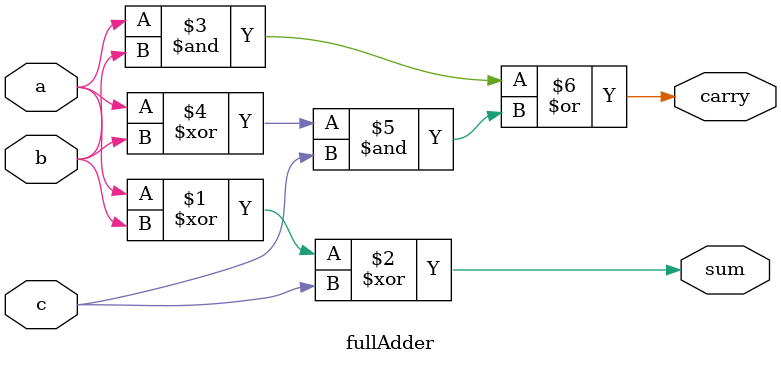
<source format=sv>
module fullAdder
(
  input wire a,
  input wire b,
  input wire c,
  output wire sum,
  output wire carry
);

  assign sum = a ^ b ^ c;
  assign carry = (a & b) | ((a ^ b) & c);
  
endmodule
</source>
